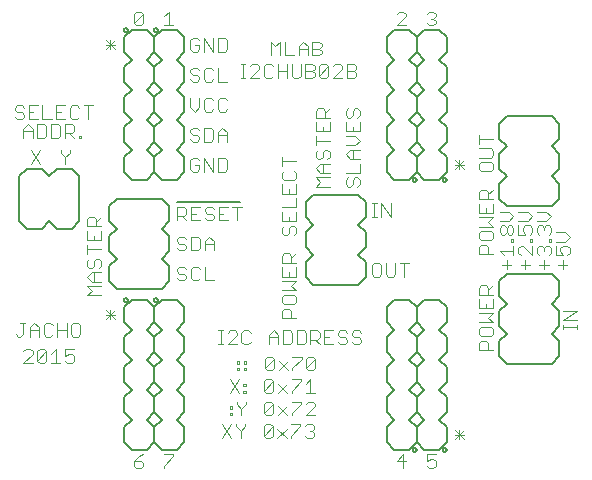
<source format=gbr>
G75*
%MOIN*%
%OFA0B0*%
%FSLAX25Y25*%
%IPPOS*%
%LPD*%
%AMOC8*
5,1,8,0,0,1.08239X$1,22.5*
%
%ADD10C,0.00400*%
%ADD11C,0.00787*%
%ADD12C,0.00600*%
%ADD13C,0.00500*%
D10*
X0049742Y0043650D02*
X0050509Y0042883D01*
X0052044Y0042883D01*
X0052811Y0043650D01*
X0052811Y0044418D01*
X0052044Y0045185D01*
X0049742Y0045185D01*
X0049742Y0043650D01*
X0049742Y0045185D02*
X0051276Y0046720D01*
X0052811Y0047487D01*
X0059742Y0047487D02*
X0062811Y0047487D01*
X0062811Y0046720D01*
X0059742Y0043650D01*
X0059742Y0042883D01*
X0079117Y0052883D02*
X0082186Y0057487D01*
X0083721Y0057487D02*
X0083721Y0056720D01*
X0085255Y0055185D01*
X0085255Y0052883D01*
X0085255Y0055185D02*
X0086790Y0056720D01*
X0086790Y0057487D01*
X0085453Y0060383D02*
X0085453Y0062685D01*
X0086988Y0064220D01*
X0086988Y0064987D01*
X0085453Y0062685D02*
X0083919Y0064220D01*
X0083919Y0064987D01*
X0082384Y0063452D02*
X0082384Y0062685D01*
X0081617Y0062685D01*
X0081617Y0063452D01*
X0082384Y0063452D01*
X0082384Y0061150D02*
X0082384Y0060383D01*
X0081617Y0060383D01*
X0081617Y0061150D01*
X0082384Y0061150D01*
X0079117Y0057487D02*
X0082186Y0052883D01*
X0092928Y0053650D02*
X0095998Y0056720D01*
X0095998Y0053650D01*
X0095230Y0052883D01*
X0093696Y0052883D01*
X0092928Y0053650D01*
X0092928Y0056720D01*
X0093696Y0057487D01*
X0095230Y0057487D01*
X0095998Y0056720D01*
X0097532Y0055952D02*
X0100602Y0052883D01*
X0102136Y0052883D02*
X0102136Y0053650D01*
X0105206Y0056720D01*
X0105206Y0057487D01*
X0102136Y0057487D01*
X0100602Y0055952D02*
X0097532Y0052883D01*
X0097730Y0060383D02*
X0100800Y0063452D01*
X0102334Y0064987D02*
X0105404Y0064987D01*
X0105404Y0064220D01*
X0102334Y0061150D01*
X0102334Y0060383D01*
X0100800Y0060383D02*
X0097730Y0063452D01*
X0096196Y0064220D02*
X0095428Y0064987D01*
X0093894Y0064987D01*
X0093126Y0064220D01*
X0093126Y0061150D01*
X0096196Y0064220D01*
X0096196Y0061150D01*
X0095428Y0060383D01*
X0093894Y0060383D01*
X0093126Y0061150D01*
X0093894Y0067883D02*
X0093126Y0068650D01*
X0096196Y0071720D01*
X0096196Y0068650D01*
X0095428Y0067883D01*
X0093894Y0067883D01*
X0093126Y0068650D02*
X0093126Y0071720D01*
X0093894Y0072487D01*
X0095428Y0072487D01*
X0096196Y0071720D01*
X0097730Y0070952D02*
X0100800Y0067883D01*
X0102334Y0067883D02*
X0102334Y0068650D01*
X0105404Y0071720D01*
X0105404Y0072487D01*
X0102334Y0072487D01*
X0100800Y0070952D02*
X0097730Y0067883D01*
X0097928Y0075383D02*
X0100998Y0078452D01*
X0102532Y0079987D02*
X0105602Y0079987D01*
X0105602Y0079220D01*
X0102532Y0076150D01*
X0102532Y0075383D01*
X0100998Y0075383D02*
X0097928Y0078452D01*
X0096394Y0079220D02*
X0093324Y0076150D01*
X0094092Y0075383D01*
X0095626Y0075383D01*
X0096394Y0076150D01*
X0096394Y0079220D01*
X0095626Y0079987D01*
X0094092Y0079987D01*
X0093324Y0079220D01*
X0093324Y0076150D01*
X0087186Y0076150D02*
X0087186Y0075383D01*
X0086419Y0075383D01*
X0086419Y0076150D01*
X0087186Y0076150D01*
X0087186Y0077685D02*
X0086419Y0077685D01*
X0086419Y0078452D01*
X0087186Y0078452D01*
X0087186Y0077685D01*
X0084884Y0077685D02*
X0084884Y0078452D01*
X0084117Y0078452D01*
X0084117Y0077685D01*
X0084884Y0077685D01*
X0084884Y0076150D02*
X0084884Y0075383D01*
X0084117Y0075383D01*
X0084117Y0076150D01*
X0084884Y0076150D01*
X0084686Y0072487D02*
X0081617Y0067883D01*
X0084686Y0067883D02*
X0081617Y0072487D01*
X0086221Y0070952D02*
X0086221Y0070185D01*
X0086988Y0070185D01*
X0086988Y0070952D01*
X0086221Y0070952D01*
X0086221Y0068650D02*
X0086221Y0067883D01*
X0086988Y0067883D01*
X0086988Y0068650D01*
X0086221Y0068650D01*
X0086307Y0084133D02*
X0085540Y0084900D01*
X0085540Y0087970D01*
X0086307Y0088737D01*
X0087842Y0088737D01*
X0088609Y0087970D01*
X0088609Y0084900D02*
X0087842Y0084133D01*
X0086307Y0084133D01*
X0084005Y0084133D02*
X0080936Y0084133D01*
X0084005Y0087202D01*
X0084005Y0087970D01*
X0083238Y0088737D01*
X0081703Y0088737D01*
X0080936Y0087970D01*
X0079401Y0088737D02*
X0077867Y0088737D01*
X0078634Y0088737D02*
X0078634Y0084133D01*
X0077867Y0084133D02*
X0079401Y0084133D01*
X0094748Y0084133D02*
X0094748Y0087202D01*
X0096282Y0088737D01*
X0097817Y0087202D01*
X0097817Y0084133D01*
X0099352Y0084133D02*
X0101654Y0084133D01*
X0102421Y0084900D01*
X0102421Y0087970D01*
X0101654Y0088737D01*
X0099352Y0088737D01*
X0099352Y0084133D01*
X0097817Y0086435D02*
X0094748Y0086435D01*
X0099113Y0092883D02*
X0099113Y0095185D01*
X0099880Y0095952D01*
X0101415Y0095952D01*
X0102182Y0095185D01*
X0102182Y0092883D01*
X0103717Y0092883D02*
X0099113Y0092883D01*
X0099880Y0097487D02*
X0102949Y0097487D01*
X0103717Y0098254D01*
X0103717Y0099789D01*
X0102949Y0100556D01*
X0099880Y0100556D01*
X0099113Y0099789D01*
X0099113Y0098254D01*
X0099880Y0097487D01*
X0099113Y0102091D02*
X0103717Y0102091D01*
X0102182Y0103626D01*
X0103717Y0105160D01*
X0099113Y0105160D01*
X0099113Y0106695D02*
X0103717Y0106695D01*
X0103717Y0109764D01*
X0103717Y0111299D02*
X0099113Y0111299D01*
X0099113Y0113601D01*
X0099880Y0114368D01*
X0101415Y0114368D01*
X0102182Y0113601D01*
X0102182Y0111299D01*
X0102182Y0112833D02*
X0103717Y0114368D01*
X0102949Y0120507D02*
X0103717Y0121274D01*
X0103717Y0122809D01*
X0102949Y0123576D01*
X0102182Y0123576D01*
X0101415Y0122809D01*
X0101415Y0121274D01*
X0100647Y0120507D01*
X0099880Y0120507D01*
X0099113Y0121274D01*
X0099113Y0122809D01*
X0099880Y0123576D01*
X0099113Y0125111D02*
X0103717Y0125111D01*
X0103717Y0128180D01*
X0103717Y0129714D02*
X0103717Y0132784D01*
X0103717Y0134318D02*
X0103717Y0137388D01*
X0102949Y0138922D02*
X0103717Y0139690D01*
X0103717Y0141224D01*
X0102949Y0141992D01*
X0099880Y0141992D02*
X0099113Y0141224D01*
X0099113Y0139690D01*
X0099880Y0138922D01*
X0102949Y0138922D01*
X0099113Y0137388D02*
X0099113Y0134318D01*
X0103717Y0134318D01*
X0101415Y0134318D02*
X0101415Y0135853D01*
X0099113Y0129714D02*
X0103717Y0129714D01*
X0101415Y0126645D02*
X0101415Y0125111D01*
X0099113Y0125111D02*
X0099113Y0128180D01*
X0110363Y0136633D02*
X0111897Y0138168D01*
X0110363Y0139702D01*
X0114967Y0139702D01*
X0114967Y0141237D02*
X0111897Y0141237D01*
X0110363Y0142772D01*
X0111897Y0144306D01*
X0114967Y0144306D01*
X0114199Y0145841D02*
X0114967Y0146608D01*
X0114967Y0148143D01*
X0114199Y0148910D01*
X0113432Y0148910D01*
X0112665Y0148143D01*
X0112665Y0146608D01*
X0111897Y0145841D01*
X0111130Y0145841D01*
X0110363Y0146608D01*
X0110363Y0148143D01*
X0111130Y0148910D01*
X0110363Y0150445D02*
X0110363Y0153514D01*
X0110363Y0151979D02*
X0114967Y0151979D01*
X0114967Y0155049D02*
X0114967Y0158118D01*
X0114967Y0159653D02*
X0110363Y0159653D01*
X0110363Y0161955D01*
X0111130Y0162722D01*
X0112665Y0162722D01*
X0113432Y0161955D01*
X0113432Y0159653D01*
X0113432Y0161187D02*
X0114967Y0162722D01*
X0110363Y0158118D02*
X0110363Y0155049D01*
X0114967Y0155049D01*
X0112665Y0155049D02*
X0112665Y0156583D01*
X0120363Y0155049D02*
X0124967Y0155049D01*
X0124967Y0158118D01*
X0124199Y0159653D02*
X0124967Y0160420D01*
X0124967Y0161955D01*
X0124199Y0162722D01*
X0123432Y0162722D01*
X0122665Y0161955D01*
X0122665Y0160420D01*
X0121897Y0159653D01*
X0121130Y0159653D01*
X0120363Y0160420D01*
X0120363Y0161955D01*
X0121130Y0162722D01*
X0120363Y0158118D02*
X0120363Y0155049D01*
X0120363Y0153514D02*
X0123432Y0153514D01*
X0124967Y0151979D01*
X0123432Y0150445D01*
X0120363Y0150445D01*
X0121897Y0148910D02*
X0124967Y0148910D01*
X0122665Y0148910D02*
X0122665Y0145841D01*
X0121897Y0145841D02*
X0120363Y0147376D01*
X0121897Y0148910D01*
X0121897Y0145841D02*
X0124967Y0145841D01*
X0124967Y0144306D02*
X0124967Y0141237D01*
X0120363Y0141237D01*
X0121130Y0139702D02*
X0120363Y0138935D01*
X0120363Y0137400D01*
X0121130Y0136633D01*
X0121897Y0136633D01*
X0122665Y0137400D01*
X0122665Y0138935D01*
X0123432Y0139702D01*
X0124199Y0139702D01*
X0124967Y0138935D01*
X0124967Y0137400D01*
X0124199Y0136633D01*
X0129117Y0131237D02*
X0130651Y0131237D01*
X0129884Y0131237D02*
X0129884Y0126633D01*
X0129117Y0126633D02*
X0130651Y0126633D01*
X0132186Y0126633D02*
X0132186Y0131237D01*
X0135255Y0126633D01*
X0135255Y0131237D01*
X0156617Y0142400D02*
X0159686Y0145470D01*
X0158151Y0145470D02*
X0158151Y0142400D01*
X0159686Y0142400D02*
X0156617Y0145470D01*
X0156617Y0143935D02*
X0159686Y0143935D01*
X0164738Y0144059D02*
X0164738Y0142524D01*
X0165505Y0141757D01*
X0168574Y0141757D01*
X0169342Y0142524D01*
X0169342Y0144059D01*
X0168574Y0144826D01*
X0165505Y0144826D01*
X0164738Y0144059D01*
X0164738Y0146361D02*
X0168574Y0146361D01*
X0169342Y0147128D01*
X0169342Y0148663D01*
X0168574Y0149430D01*
X0164738Y0149430D01*
X0164738Y0150964D02*
X0164738Y0154034D01*
X0164738Y0152499D02*
X0169342Y0152499D01*
X0169342Y0135618D02*
X0167807Y0134083D01*
X0167807Y0134851D02*
X0167807Y0132549D01*
X0169342Y0132549D02*
X0164738Y0132549D01*
X0164738Y0134851D01*
X0165505Y0135618D01*
X0167040Y0135618D01*
X0167807Y0134851D01*
X0169342Y0131014D02*
X0169342Y0127945D01*
X0164738Y0127945D01*
X0164738Y0131014D01*
X0167040Y0129479D02*
X0167040Y0127945D01*
X0169342Y0126410D02*
X0164738Y0126410D01*
X0167807Y0124876D02*
X0169342Y0126410D01*
X0167807Y0124876D02*
X0169342Y0123341D01*
X0164738Y0123341D01*
X0165505Y0121806D02*
X0164738Y0121039D01*
X0164738Y0119504D01*
X0165505Y0118737D01*
X0168574Y0118737D01*
X0169342Y0119504D01*
X0169342Y0121039D01*
X0168574Y0121806D01*
X0165505Y0121806D01*
X0165505Y0117202D02*
X0167040Y0117202D01*
X0167807Y0116435D01*
X0167807Y0114133D01*
X0169342Y0114133D02*
X0164738Y0114133D01*
X0164738Y0116435D01*
X0165505Y0117202D01*
X0171613Y0115272D02*
X0176217Y0115272D01*
X0176217Y0116806D02*
X0176217Y0113737D01*
X0177863Y0114504D02*
X0178630Y0113737D01*
X0177863Y0114504D02*
X0177863Y0116039D01*
X0178630Y0116806D01*
X0179397Y0116806D01*
X0182467Y0113737D01*
X0182467Y0116806D01*
X0182467Y0118341D02*
X0182467Y0119108D01*
X0181699Y0119108D01*
X0181699Y0118341D01*
X0182467Y0118341D01*
X0181699Y0120643D02*
X0182467Y0121410D01*
X0182467Y0122945D01*
X0181699Y0123712D01*
X0180165Y0123712D01*
X0179397Y0122945D01*
X0179397Y0122178D01*
X0180165Y0120643D01*
X0177863Y0120643D01*
X0177863Y0123712D01*
X0177863Y0125247D02*
X0180932Y0125247D01*
X0182467Y0126781D01*
X0180932Y0128316D01*
X0177863Y0128316D01*
X0176217Y0126781D02*
X0174682Y0128316D01*
X0171613Y0128316D01*
X0171613Y0125247D02*
X0174682Y0125247D01*
X0176217Y0126781D01*
X0175449Y0123712D02*
X0176217Y0122945D01*
X0176217Y0121410D01*
X0175449Y0120643D01*
X0174682Y0120643D01*
X0173915Y0121410D01*
X0173915Y0122945D01*
X0174682Y0123712D01*
X0175449Y0123712D01*
X0173915Y0122945D02*
X0173147Y0123712D01*
X0172380Y0123712D01*
X0171613Y0122945D01*
X0171613Y0121410D01*
X0172380Y0120643D01*
X0173147Y0120643D01*
X0173915Y0121410D01*
X0175449Y0119108D02*
X0176217Y0119108D01*
X0176217Y0118341D01*
X0175449Y0118341D01*
X0175449Y0119108D01*
X0171613Y0115272D02*
X0173147Y0113737D01*
X0173915Y0112202D02*
X0173915Y0109133D01*
X0172380Y0110668D02*
X0175449Y0110668D01*
X0178630Y0110668D02*
X0181699Y0110668D01*
X0180165Y0112202D02*
X0180165Y0109133D01*
X0184880Y0110668D02*
X0187949Y0110668D01*
X0186415Y0112202D02*
X0186415Y0109133D01*
X0187949Y0113737D02*
X0188717Y0114504D01*
X0188717Y0116039D01*
X0187949Y0116806D01*
X0187182Y0116806D01*
X0186415Y0116039D01*
X0186415Y0115272D01*
X0186415Y0116039D02*
X0185647Y0116806D01*
X0184880Y0116806D01*
X0184113Y0116039D01*
X0184113Y0114504D01*
X0184880Y0113737D01*
X0190363Y0113737D02*
X0190363Y0116806D01*
X0190363Y0118341D02*
X0193432Y0118341D01*
X0194967Y0119876D01*
X0193432Y0121410D01*
X0190363Y0121410D01*
X0188717Y0121410D02*
X0188717Y0122945D01*
X0187949Y0123712D01*
X0187182Y0123712D01*
X0186415Y0122945D01*
X0186415Y0122178D01*
X0186415Y0122945D02*
X0185647Y0123712D01*
X0184880Y0123712D01*
X0184113Y0122945D01*
X0184113Y0121410D01*
X0184880Y0120643D01*
X0187949Y0120643D02*
X0188717Y0121410D01*
X0188717Y0119108D02*
X0188717Y0118341D01*
X0187949Y0118341D01*
X0187949Y0119108D01*
X0188717Y0119108D01*
X0191897Y0116039D02*
X0191897Y0115272D01*
X0192665Y0113737D01*
X0190363Y0113737D01*
X0192665Y0112202D02*
X0192665Y0109133D01*
X0191130Y0110668D02*
X0194199Y0110668D01*
X0194199Y0113737D02*
X0194967Y0114504D01*
X0194967Y0116039D01*
X0194199Y0116806D01*
X0192665Y0116806D01*
X0191897Y0116039D01*
X0187182Y0125247D02*
X0184113Y0125247D01*
X0187182Y0125247D02*
X0188717Y0126781D01*
X0187182Y0128316D01*
X0184113Y0128316D01*
X0169342Y0103743D02*
X0167807Y0102208D01*
X0167807Y0102976D02*
X0167807Y0100674D01*
X0169342Y0100674D02*
X0164738Y0100674D01*
X0164738Y0102976D01*
X0165505Y0103743D01*
X0167040Y0103743D01*
X0167807Y0102976D01*
X0169342Y0099139D02*
X0169342Y0096070D01*
X0164738Y0096070D01*
X0164738Y0099139D01*
X0167040Y0097604D02*
X0167040Y0096070D01*
X0169342Y0094535D02*
X0164738Y0094535D01*
X0167807Y0093001D02*
X0169342Y0094535D01*
X0167807Y0093001D02*
X0169342Y0091466D01*
X0164738Y0091466D01*
X0165505Y0089931D02*
X0164738Y0089164D01*
X0164738Y0087629D01*
X0165505Y0086862D01*
X0168574Y0086862D01*
X0169342Y0087629D01*
X0169342Y0089164D01*
X0168574Y0089931D01*
X0165505Y0089931D01*
X0165505Y0085327D02*
X0167040Y0085327D01*
X0167807Y0084560D01*
X0167807Y0082258D01*
X0169342Y0082258D02*
X0164738Y0082258D01*
X0164738Y0084560D01*
X0165505Y0085327D01*
X0192863Y0089133D02*
X0192863Y0090668D01*
X0192863Y0089900D02*
X0197467Y0089900D01*
X0197467Y0089133D02*
X0197467Y0090668D01*
X0197467Y0092202D02*
X0192863Y0092202D01*
X0197467Y0095272D01*
X0192863Y0095272D01*
X0159686Y0055470D02*
X0156617Y0052400D01*
X0158151Y0052400D02*
X0158151Y0055470D01*
X0156617Y0055470D02*
X0159686Y0052400D01*
X0159686Y0053935D02*
X0156617Y0053935D01*
X0150311Y0047487D02*
X0147242Y0047487D01*
X0147242Y0045185D01*
X0148776Y0045952D01*
X0149544Y0045952D01*
X0150311Y0045185D01*
X0150311Y0043650D01*
X0149544Y0042883D01*
X0148009Y0042883D01*
X0147242Y0043650D01*
X0140311Y0045185D02*
X0137242Y0045185D01*
X0139544Y0047487D01*
X0139544Y0042883D01*
X0109809Y0053650D02*
X0109042Y0052883D01*
X0107508Y0052883D01*
X0106740Y0053650D01*
X0108275Y0055185D02*
X0109042Y0055185D01*
X0109809Y0054418D01*
X0109809Y0053650D01*
X0109042Y0055185D02*
X0109809Y0055952D01*
X0109809Y0056720D01*
X0109042Y0057487D01*
X0107508Y0057487D01*
X0106740Y0056720D01*
X0106938Y0060383D02*
X0110008Y0063452D01*
X0110008Y0064220D01*
X0109240Y0064987D01*
X0107706Y0064987D01*
X0106938Y0064220D01*
X0106938Y0067883D02*
X0110008Y0067883D01*
X0108473Y0067883D02*
X0108473Y0072487D01*
X0106938Y0070952D01*
X0107904Y0075383D02*
X0107136Y0076150D01*
X0110206Y0079220D01*
X0110206Y0076150D01*
X0109438Y0075383D01*
X0107904Y0075383D01*
X0107136Y0076150D02*
X0107136Y0079220D01*
X0107904Y0079987D01*
X0109438Y0079987D01*
X0110206Y0079220D01*
X0111629Y0084133D02*
X0110094Y0085668D01*
X0110861Y0085668D02*
X0108559Y0085668D01*
X0108559Y0084133D02*
X0108559Y0088737D01*
X0110861Y0088737D01*
X0111629Y0087970D01*
X0111629Y0086435D01*
X0110861Y0085668D01*
X0113163Y0086435D02*
X0114698Y0086435D01*
X0113163Y0084133D02*
X0116233Y0084133D01*
X0117767Y0084900D02*
X0118535Y0084133D01*
X0120069Y0084133D01*
X0120837Y0084900D01*
X0120837Y0085668D01*
X0120069Y0086435D01*
X0118535Y0086435D01*
X0117767Y0087202D01*
X0117767Y0087970D01*
X0118535Y0088737D01*
X0120069Y0088737D01*
X0120837Y0087970D01*
X0122371Y0087970D02*
X0122371Y0087202D01*
X0123139Y0086435D01*
X0124673Y0086435D01*
X0125441Y0085668D01*
X0125441Y0084900D01*
X0124673Y0084133D01*
X0123139Y0084133D01*
X0122371Y0084900D01*
X0122371Y0087970D02*
X0123139Y0088737D01*
X0124673Y0088737D01*
X0125441Y0087970D01*
X0116233Y0088737D02*
X0113163Y0088737D01*
X0113163Y0084133D01*
X0107025Y0084900D02*
X0107025Y0087970D01*
X0106258Y0088737D01*
X0103956Y0088737D01*
X0103956Y0084133D01*
X0106258Y0084133D01*
X0107025Y0084900D01*
X0101415Y0106695D02*
X0101415Y0108229D01*
X0099113Y0109764D02*
X0099113Y0106695D01*
X0076394Y0105383D02*
X0073325Y0105383D01*
X0073325Y0109987D01*
X0071790Y0109220D02*
X0071023Y0109987D01*
X0069488Y0109987D01*
X0068721Y0109220D01*
X0068721Y0106150D01*
X0069488Y0105383D01*
X0071023Y0105383D01*
X0071790Y0106150D01*
X0067186Y0106150D02*
X0066419Y0105383D01*
X0064884Y0105383D01*
X0064117Y0106150D01*
X0064884Y0107685D02*
X0066419Y0107685D01*
X0067186Y0106918D01*
X0067186Y0106150D01*
X0064884Y0107685D02*
X0064117Y0108452D01*
X0064117Y0109220D01*
X0064884Y0109987D01*
X0066419Y0109987D01*
X0067186Y0109220D01*
X0066419Y0115383D02*
X0064884Y0115383D01*
X0064117Y0116150D01*
X0064884Y0117685D02*
X0066419Y0117685D01*
X0067186Y0116918D01*
X0067186Y0116150D01*
X0066419Y0115383D01*
X0068721Y0115383D02*
X0071023Y0115383D01*
X0071790Y0116150D01*
X0071790Y0119220D01*
X0071023Y0119987D01*
X0068721Y0119987D01*
X0068721Y0115383D01*
X0073325Y0115383D02*
X0073325Y0118452D01*
X0074859Y0119987D01*
X0076394Y0118452D01*
X0076394Y0115383D01*
X0076394Y0117685D02*
X0073325Y0117685D01*
X0067186Y0119220D02*
X0066419Y0119987D01*
X0064884Y0119987D01*
X0064117Y0119220D01*
X0064117Y0118452D01*
X0064884Y0117685D01*
X0064117Y0125383D02*
X0064117Y0129987D01*
X0066419Y0129987D01*
X0067186Y0129220D01*
X0067186Y0127685D01*
X0066419Y0126918D01*
X0064117Y0126918D01*
X0065651Y0126918D02*
X0067186Y0125383D01*
X0068721Y0125383D02*
X0071790Y0125383D01*
X0073325Y0126150D02*
X0074092Y0125383D01*
X0075626Y0125383D01*
X0076394Y0126150D01*
X0076394Y0126918D01*
X0075626Y0127685D01*
X0074092Y0127685D01*
X0073325Y0128452D01*
X0073325Y0129220D01*
X0074092Y0129987D01*
X0075626Y0129987D01*
X0076394Y0129220D01*
X0077928Y0129987D02*
X0077928Y0125383D01*
X0080998Y0125383D01*
X0079463Y0127685D02*
X0077928Y0127685D01*
X0077928Y0129987D02*
X0080998Y0129987D01*
X0082532Y0129987D02*
X0085602Y0129987D01*
X0084067Y0129987D02*
X0084067Y0125383D01*
X0071790Y0129987D02*
X0068721Y0129987D01*
X0068721Y0125383D01*
X0068721Y0127685D02*
X0070255Y0127685D01*
X0070794Y0141633D02*
X0071561Y0142400D01*
X0071561Y0143935D01*
X0070026Y0143935D01*
X0068492Y0142400D02*
X0069259Y0141633D01*
X0070794Y0141633D01*
X0073096Y0141633D02*
X0073096Y0146237D01*
X0076165Y0141633D01*
X0076165Y0146237D01*
X0077700Y0146237D02*
X0080001Y0146237D01*
X0080769Y0145470D01*
X0080769Y0142400D01*
X0080001Y0141633D01*
X0077700Y0141633D01*
X0077700Y0146237D01*
X0077700Y0151633D02*
X0077700Y0154702D01*
X0079234Y0156237D01*
X0080769Y0154702D01*
X0080769Y0151633D01*
X0076165Y0152400D02*
X0076165Y0155470D01*
X0075398Y0156237D01*
X0073096Y0156237D01*
X0073096Y0151633D01*
X0075398Y0151633D01*
X0076165Y0152400D01*
X0077700Y0153935D02*
X0080769Y0153935D01*
X0080001Y0161633D02*
X0078467Y0161633D01*
X0077700Y0162400D01*
X0077700Y0165470D01*
X0078467Y0166237D01*
X0080001Y0166237D01*
X0080769Y0165470D01*
X0080769Y0162400D02*
X0080001Y0161633D01*
X0076165Y0162400D02*
X0075398Y0161633D01*
X0073863Y0161633D01*
X0073096Y0162400D01*
X0073096Y0165470D01*
X0073863Y0166237D01*
X0075398Y0166237D01*
X0076165Y0165470D01*
X0071561Y0166237D02*
X0071561Y0163168D01*
X0070026Y0161633D01*
X0068492Y0163168D01*
X0068492Y0166237D01*
X0069259Y0171633D02*
X0068492Y0172400D01*
X0069259Y0171633D02*
X0070794Y0171633D01*
X0071561Y0172400D01*
X0071561Y0173168D01*
X0070794Y0173935D01*
X0069259Y0173935D01*
X0068492Y0174702D01*
X0068492Y0175470D01*
X0069259Y0176237D01*
X0070794Y0176237D01*
X0071561Y0175470D01*
X0073096Y0175470D02*
X0073096Y0172400D01*
X0073863Y0171633D01*
X0075398Y0171633D01*
X0076165Y0172400D01*
X0077700Y0171633D02*
X0080769Y0171633D01*
X0077700Y0171633D02*
X0077700Y0176237D01*
X0076165Y0175470D02*
X0075398Y0176237D01*
X0073863Y0176237D01*
X0073096Y0175470D01*
X0073096Y0181633D02*
X0073096Y0186237D01*
X0076165Y0181633D01*
X0076165Y0186237D01*
X0077700Y0186237D02*
X0080001Y0186237D01*
X0080769Y0185470D01*
X0080769Y0182400D01*
X0080001Y0181633D01*
X0077700Y0181633D01*
X0077700Y0186237D01*
X0071561Y0185470D02*
X0070794Y0186237D01*
X0069259Y0186237D01*
X0068492Y0185470D01*
X0068492Y0182400D01*
X0069259Y0181633D01*
X0070794Y0181633D01*
X0071561Y0182400D01*
X0071561Y0183935D01*
X0070026Y0183935D01*
X0062811Y0190383D02*
X0059742Y0190383D01*
X0061276Y0190383D02*
X0061276Y0194987D01*
X0059742Y0193452D01*
X0052811Y0194220D02*
X0052811Y0191150D01*
X0052044Y0190383D01*
X0050509Y0190383D01*
X0049742Y0191150D01*
X0052811Y0194220D01*
X0052044Y0194987D01*
X0050509Y0194987D01*
X0049742Y0194220D01*
X0049742Y0191150D01*
X0043436Y0185470D02*
X0040367Y0182400D01*
X0041901Y0182400D02*
X0041901Y0185470D01*
X0040367Y0185470D02*
X0043436Y0182400D01*
X0043436Y0183935D02*
X0040367Y0183935D01*
X0036059Y0163737D02*
X0032990Y0163737D01*
X0034525Y0163737D02*
X0034525Y0159133D01*
X0031456Y0159900D02*
X0030688Y0159133D01*
X0029154Y0159133D01*
X0028386Y0159900D01*
X0028386Y0162970D01*
X0029154Y0163737D01*
X0030688Y0163737D01*
X0031456Y0162970D01*
X0026852Y0163737D02*
X0023782Y0163737D01*
X0023782Y0159133D01*
X0026852Y0159133D01*
X0026678Y0157487D02*
X0028980Y0157487D01*
X0029748Y0156720D01*
X0029748Y0155185D01*
X0028980Y0154418D01*
X0026678Y0154418D01*
X0026678Y0152883D02*
X0026678Y0157487D01*
X0025144Y0156720D02*
X0024376Y0157487D01*
X0022075Y0157487D01*
X0022075Y0152883D01*
X0024376Y0152883D01*
X0025144Y0153650D01*
X0025144Y0156720D01*
X0022248Y0159133D02*
X0019178Y0159133D01*
X0019178Y0163737D01*
X0017644Y0163737D02*
X0014575Y0163737D01*
X0014575Y0159133D01*
X0017644Y0159133D01*
X0017471Y0157487D02*
X0019773Y0157487D01*
X0020540Y0156720D01*
X0020540Y0153650D01*
X0019773Y0152883D01*
X0017471Y0152883D01*
X0017471Y0157487D01*
X0015936Y0155952D02*
X0015936Y0152883D01*
X0015936Y0155185D02*
X0012867Y0155185D01*
X0012867Y0155952D02*
X0012867Y0152883D01*
X0012867Y0155952D02*
X0014401Y0157487D01*
X0015936Y0155952D01*
X0012273Y0159133D02*
X0010738Y0159133D01*
X0009971Y0159900D01*
X0010738Y0161435D02*
X0012273Y0161435D01*
X0013040Y0160668D01*
X0013040Y0159900D01*
X0012273Y0159133D01*
X0010738Y0161435D02*
X0009971Y0162202D01*
X0009971Y0162970D01*
X0010738Y0163737D01*
X0012273Y0163737D01*
X0013040Y0162970D01*
X0014575Y0161435D02*
X0016109Y0161435D01*
X0023782Y0161435D02*
X0025317Y0161435D01*
X0028213Y0154418D02*
X0029748Y0152883D01*
X0031282Y0152883D02*
X0032050Y0152883D01*
X0032050Y0153650D01*
X0031282Y0153650D01*
X0031282Y0152883D01*
X0028436Y0148737D02*
X0028436Y0147970D01*
X0026901Y0146435D01*
X0026901Y0144133D01*
X0026901Y0146435D02*
X0025367Y0147970D01*
X0025367Y0148737D01*
X0018436Y0148737D02*
X0015367Y0144133D01*
X0018436Y0144133D02*
X0015367Y0148737D01*
X0034880Y0126472D02*
X0036415Y0126472D01*
X0037182Y0125705D01*
X0037182Y0123403D01*
X0037182Y0124937D02*
X0038717Y0126472D01*
X0034880Y0126472D02*
X0034113Y0125705D01*
X0034113Y0123403D01*
X0038717Y0123403D01*
X0038717Y0121868D02*
X0038717Y0118799D01*
X0034113Y0118799D01*
X0034113Y0121868D01*
X0036415Y0120333D02*
X0036415Y0118799D01*
X0034113Y0117264D02*
X0034113Y0114195D01*
X0034113Y0115729D02*
X0038717Y0115729D01*
X0037949Y0112660D02*
X0038717Y0111893D01*
X0038717Y0110358D01*
X0037949Y0109591D01*
X0036415Y0110358D02*
X0036415Y0111893D01*
X0037182Y0112660D01*
X0037949Y0112660D01*
X0036415Y0110358D02*
X0035647Y0109591D01*
X0034880Y0109591D01*
X0034113Y0110358D01*
X0034113Y0111893D01*
X0034880Y0112660D01*
X0035647Y0108056D02*
X0038717Y0108056D01*
X0036415Y0108056D02*
X0036415Y0104987D01*
X0035647Y0104987D02*
X0034113Y0106522D01*
X0035647Y0108056D01*
X0035647Y0104987D02*
X0038717Y0104987D01*
X0038717Y0103452D02*
X0034113Y0103452D01*
X0035647Y0101918D01*
X0034113Y0100383D01*
X0038717Y0100383D01*
X0040367Y0095470D02*
X0043436Y0092400D01*
X0041901Y0092400D02*
X0041901Y0095470D01*
X0043436Y0095470D02*
X0040367Y0092400D01*
X0040367Y0093935D02*
X0043436Y0093935D01*
X0031852Y0090470D02*
X0031852Y0087400D01*
X0031084Y0086633D01*
X0029550Y0086633D01*
X0028782Y0087400D01*
X0028782Y0090470D01*
X0029550Y0091237D01*
X0031084Y0091237D01*
X0031852Y0090470D01*
X0027248Y0091237D02*
X0027248Y0086633D01*
X0027248Y0088935D02*
X0024178Y0088935D01*
X0022644Y0087400D02*
X0021876Y0086633D01*
X0020342Y0086633D01*
X0019575Y0087400D01*
X0019575Y0090470D01*
X0020342Y0091237D01*
X0021876Y0091237D01*
X0022644Y0090470D01*
X0024178Y0091237D02*
X0024178Y0086633D01*
X0023609Y0082487D02*
X0023609Y0077883D01*
X0022075Y0077883D02*
X0025144Y0077883D01*
X0026678Y0078650D02*
X0027446Y0077883D01*
X0028980Y0077883D01*
X0029748Y0078650D01*
X0029748Y0080185D01*
X0028980Y0080952D01*
X0028213Y0080952D01*
X0026678Y0080185D01*
X0026678Y0082487D01*
X0029748Y0082487D01*
X0023609Y0082487D02*
X0022075Y0080952D01*
X0020540Y0081720D02*
X0017471Y0078650D01*
X0018238Y0077883D01*
X0019773Y0077883D01*
X0020540Y0078650D01*
X0020540Y0081720D01*
X0019773Y0082487D01*
X0018238Y0082487D01*
X0017471Y0081720D01*
X0017471Y0078650D01*
X0015936Y0077883D02*
X0012867Y0077883D01*
X0015936Y0080952D01*
X0015936Y0081720D01*
X0015169Y0082487D01*
X0013634Y0082487D01*
X0012867Y0081720D01*
X0011901Y0086633D02*
X0012669Y0087400D01*
X0012669Y0091237D01*
X0013436Y0091237D02*
X0011901Y0091237D01*
X0014971Y0089702D02*
X0014971Y0086633D01*
X0014971Y0088935D02*
X0018040Y0088935D01*
X0018040Y0089702D02*
X0018040Y0086633D01*
X0018040Y0089702D02*
X0016505Y0091237D01*
X0014971Y0089702D01*
X0011901Y0086633D02*
X0011134Y0086633D01*
X0010367Y0087400D01*
X0068492Y0142400D02*
X0068492Y0145470D01*
X0069259Y0146237D01*
X0070794Y0146237D01*
X0071561Y0145470D01*
X0070794Y0151633D02*
X0069259Y0151633D01*
X0068492Y0152400D01*
X0069259Y0153935D02*
X0068492Y0154702D01*
X0068492Y0155470D01*
X0069259Y0156237D01*
X0070794Y0156237D01*
X0071561Y0155470D01*
X0070794Y0153935D02*
X0071561Y0153168D01*
X0071561Y0152400D01*
X0070794Y0151633D01*
X0070794Y0153935D02*
X0069259Y0153935D01*
X0085367Y0172883D02*
X0086901Y0172883D01*
X0086134Y0172883D02*
X0086134Y0177487D01*
X0085367Y0177487D02*
X0086901Y0177487D01*
X0088436Y0176720D02*
X0089203Y0177487D01*
X0090738Y0177487D01*
X0091505Y0176720D01*
X0091505Y0175952D01*
X0088436Y0172883D01*
X0091505Y0172883D01*
X0093040Y0173650D02*
X0093807Y0172883D01*
X0095342Y0172883D01*
X0096109Y0173650D01*
X0097644Y0172883D02*
X0097644Y0177487D01*
X0096109Y0176720D02*
X0095342Y0177487D01*
X0093807Y0177487D01*
X0093040Y0176720D01*
X0093040Y0173650D01*
X0097644Y0175185D02*
X0100713Y0175185D01*
X0102248Y0173650D02*
X0103015Y0172883D01*
X0104550Y0172883D01*
X0105317Y0173650D01*
X0105317Y0177487D01*
X0106852Y0177487D02*
X0109154Y0177487D01*
X0109921Y0176720D01*
X0109921Y0175952D01*
X0109154Y0175185D01*
X0106852Y0175185D01*
X0109154Y0175185D02*
X0109921Y0174418D01*
X0109921Y0173650D01*
X0109154Y0172883D01*
X0106852Y0172883D01*
X0106852Y0177487D01*
X0107644Y0180383D02*
X0107644Y0183452D01*
X0106109Y0184987D01*
X0104575Y0183452D01*
X0104575Y0180383D01*
X0103040Y0180383D02*
X0099971Y0180383D01*
X0099971Y0184987D01*
X0098436Y0184987D02*
X0098436Y0180383D01*
X0096901Y0183452D02*
X0098436Y0184987D01*
X0096901Y0183452D02*
X0095367Y0184987D01*
X0095367Y0180383D01*
X0100713Y0177487D02*
X0100713Y0172883D01*
X0102248Y0173650D02*
X0102248Y0177487D01*
X0104575Y0182685D02*
X0107644Y0182685D01*
X0109178Y0182685D02*
X0111480Y0182685D01*
X0112248Y0181918D01*
X0112248Y0181150D01*
X0111480Y0180383D01*
X0109178Y0180383D01*
X0109178Y0184987D01*
X0111480Y0184987D01*
X0112248Y0184220D01*
X0112248Y0183452D01*
X0111480Y0182685D01*
X0112223Y0177487D02*
X0113758Y0177487D01*
X0114525Y0176720D01*
X0111456Y0173650D01*
X0112223Y0172883D01*
X0113758Y0172883D01*
X0114525Y0173650D01*
X0114525Y0176720D01*
X0116059Y0176720D02*
X0116827Y0177487D01*
X0118361Y0177487D01*
X0119129Y0176720D01*
X0119129Y0175952D01*
X0116059Y0172883D01*
X0119129Y0172883D01*
X0120663Y0172883D02*
X0122965Y0172883D01*
X0123733Y0173650D01*
X0123733Y0174418D01*
X0122965Y0175185D01*
X0120663Y0175185D01*
X0120663Y0172883D02*
X0120663Y0177487D01*
X0122965Y0177487D01*
X0123733Y0176720D01*
X0123733Y0175952D01*
X0122965Y0175185D01*
X0112223Y0177487D02*
X0111456Y0176720D01*
X0111456Y0173650D01*
X0122665Y0156583D02*
X0122665Y0155049D01*
X0112665Y0144306D02*
X0112665Y0141237D01*
X0114967Y0136633D02*
X0110363Y0136633D01*
X0103717Y0145061D02*
X0099113Y0145061D01*
X0099113Y0143526D02*
X0099113Y0146596D01*
X0129884Y0111237D02*
X0129117Y0110470D01*
X0129117Y0107400D01*
X0129884Y0106633D01*
X0131419Y0106633D01*
X0132186Y0107400D01*
X0132186Y0110470D01*
X0131419Y0111237D01*
X0129884Y0111237D01*
X0133721Y0111237D02*
X0133721Y0107400D01*
X0134488Y0106633D01*
X0136023Y0106633D01*
X0136790Y0107400D01*
X0136790Y0111237D01*
X0138325Y0111237D02*
X0141394Y0111237D01*
X0139859Y0111237D02*
X0139859Y0106633D01*
X0110008Y0060383D02*
X0106938Y0060383D01*
X0137242Y0190383D02*
X0140311Y0193452D01*
X0140311Y0194220D01*
X0139544Y0194987D01*
X0138009Y0194987D01*
X0137242Y0194220D01*
X0137242Y0190383D02*
X0140311Y0190383D01*
X0147242Y0191150D02*
X0148009Y0190383D01*
X0149544Y0190383D01*
X0150311Y0191150D01*
X0150311Y0191918D01*
X0149544Y0192685D01*
X0148776Y0192685D01*
X0149544Y0192685D02*
X0150311Y0193452D01*
X0150311Y0194220D01*
X0149544Y0194987D01*
X0148009Y0194987D01*
X0147242Y0194220D01*
D11*
X0085167Y0131433D02*
X0063917Y0131433D01*
D12*
X0061417Y0130183D02*
X0061417Y0125183D01*
X0058917Y0122683D01*
X0061417Y0120183D01*
X0061417Y0115183D01*
X0058917Y0112683D01*
X0061417Y0110183D01*
X0061417Y0105183D01*
X0058917Y0102683D01*
X0043917Y0102683D01*
X0041417Y0105183D01*
X0041417Y0110183D01*
X0043917Y0112683D01*
X0041417Y0115183D01*
X0041417Y0120183D01*
X0043917Y0122683D01*
X0041417Y0125183D01*
X0041417Y0130183D01*
X0043917Y0132683D01*
X0058917Y0132683D01*
X0061417Y0130183D01*
X0063917Y0138933D02*
X0058917Y0138933D01*
X0056417Y0141433D01*
X0056417Y0146433D01*
X0058917Y0148933D01*
X0056417Y0151433D01*
X0056417Y0156433D01*
X0058917Y0158933D01*
X0056417Y0161433D01*
X0056417Y0166433D01*
X0058917Y0168933D01*
X0056417Y0171433D01*
X0056417Y0176433D01*
X0058917Y0178933D01*
X0056417Y0181433D01*
X0056417Y0186433D01*
X0058917Y0188933D01*
X0063917Y0188933D01*
X0066417Y0186433D01*
X0066417Y0181433D01*
X0063917Y0178933D01*
X0066417Y0176433D01*
X0066417Y0171433D01*
X0063917Y0168933D01*
X0066417Y0166433D01*
X0066417Y0161433D01*
X0063917Y0158933D01*
X0066417Y0156433D01*
X0066417Y0151433D01*
X0063917Y0148933D01*
X0066417Y0146433D01*
X0066417Y0141433D01*
X0063917Y0138933D01*
X0056417Y0141433D02*
X0056417Y0146433D01*
X0053917Y0148933D01*
X0056417Y0151433D01*
X0056417Y0156433D01*
X0053917Y0158933D01*
X0056417Y0161433D01*
X0056417Y0166433D01*
X0053917Y0168933D01*
X0056417Y0171433D01*
X0056417Y0176433D01*
X0053917Y0178933D01*
X0056417Y0181433D01*
X0056417Y0186433D01*
X0053917Y0188933D01*
X0048917Y0188933D01*
X0046417Y0186433D01*
X0046417Y0181433D01*
X0048917Y0178933D01*
X0046417Y0176433D01*
X0046417Y0171433D01*
X0048917Y0168933D01*
X0046417Y0166433D01*
X0046417Y0161433D01*
X0048917Y0158933D01*
X0046417Y0156433D01*
X0046417Y0151433D01*
X0048917Y0148933D01*
X0046417Y0146433D01*
X0046417Y0141433D01*
X0048917Y0138933D01*
X0053917Y0138933D01*
X0056417Y0141433D01*
X0031417Y0140183D02*
X0031417Y0125183D01*
X0028917Y0122683D01*
X0023917Y0122683D01*
X0021417Y0125183D01*
X0018917Y0122683D01*
X0013917Y0122683D01*
X0011417Y0125183D01*
X0011417Y0140183D01*
X0013917Y0142683D01*
X0018917Y0142683D01*
X0021417Y0140183D01*
X0023917Y0142683D01*
X0028917Y0142683D01*
X0031417Y0140183D01*
X0048917Y0098933D02*
X0046417Y0096433D01*
X0046417Y0091433D01*
X0048917Y0088933D01*
X0046417Y0086433D01*
X0046417Y0081433D01*
X0048917Y0078933D01*
X0046417Y0076433D01*
X0046417Y0071433D01*
X0048917Y0068933D01*
X0046417Y0066433D01*
X0046417Y0061433D01*
X0048917Y0058933D01*
X0046417Y0056433D01*
X0046417Y0051433D01*
X0048917Y0048933D01*
X0053917Y0048933D01*
X0056417Y0051433D01*
X0056417Y0056433D01*
X0058917Y0058933D01*
X0056417Y0061433D01*
X0056417Y0066433D01*
X0058917Y0068933D01*
X0056417Y0071433D01*
X0056417Y0076433D01*
X0058917Y0078933D01*
X0056417Y0081433D01*
X0056417Y0086433D01*
X0058917Y0088933D01*
X0056417Y0091433D01*
X0056417Y0096433D01*
X0058917Y0098933D01*
X0063917Y0098933D01*
X0066417Y0096433D01*
X0066417Y0091433D01*
X0063917Y0088933D01*
X0066417Y0086433D01*
X0066417Y0081433D01*
X0063917Y0078933D01*
X0066417Y0076433D01*
X0066417Y0071433D01*
X0063917Y0068933D01*
X0066417Y0066433D01*
X0066417Y0061433D01*
X0063917Y0058933D01*
X0066417Y0056433D01*
X0066417Y0051433D01*
X0063917Y0048933D01*
X0058917Y0048933D01*
X0056417Y0051433D01*
X0056417Y0056433D01*
X0053917Y0058933D01*
X0056417Y0061433D01*
X0056417Y0066433D01*
X0053917Y0068933D01*
X0056417Y0071433D01*
X0056417Y0076433D01*
X0053917Y0078933D01*
X0056417Y0081433D01*
X0056417Y0086433D01*
X0053917Y0088933D01*
X0056417Y0091433D01*
X0056417Y0096433D01*
X0053917Y0098933D01*
X0048917Y0098933D01*
X0107042Y0106433D02*
X0107042Y0111433D01*
X0109542Y0113933D01*
X0107042Y0116433D01*
X0107042Y0121433D01*
X0109542Y0123933D01*
X0107042Y0126433D01*
X0107042Y0131433D01*
X0109542Y0133933D01*
X0124542Y0133933D01*
X0127042Y0131433D01*
X0127042Y0126433D01*
X0124542Y0123933D01*
X0127042Y0121433D01*
X0127042Y0116433D01*
X0124542Y0113933D01*
X0127042Y0111433D01*
X0127042Y0106433D01*
X0124542Y0103933D01*
X0109542Y0103933D01*
X0107042Y0106433D01*
X0133917Y0096433D02*
X0133917Y0091433D01*
X0136417Y0088933D01*
X0133917Y0086433D01*
X0133917Y0081433D01*
X0136417Y0078933D01*
X0133917Y0076433D01*
X0133917Y0071433D01*
X0136417Y0068933D01*
X0133917Y0066433D01*
X0133917Y0061433D01*
X0136417Y0058933D01*
X0133917Y0056433D01*
X0133917Y0051433D01*
X0136417Y0048933D01*
X0141417Y0048933D01*
X0143917Y0051433D01*
X0146417Y0048933D01*
X0151417Y0048933D01*
X0153917Y0051433D01*
X0153917Y0056433D01*
X0151417Y0058933D01*
X0153917Y0061433D01*
X0153917Y0066433D01*
X0151417Y0068933D01*
X0153917Y0071433D01*
X0153917Y0076433D01*
X0151417Y0078933D01*
X0153917Y0081433D01*
X0153917Y0086433D01*
X0151417Y0088933D01*
X0153917Y0091433D01*
X0153917Y0096433D01*
X0151417Y0098933D01*
X0146417Y0098933D01*
X0143917Y0096433D01*
X0143917Y0091433D01*
X0146417Y0088933D01*
X0143917Y0086433D01*
X0143917Y0081433D01*
X0146417Y0078933D01*
X0143917Y0076433D01*
X0143917Y0071433D01*
X0146417Y0068933D01*
X0143917Y0066433D01*
X0143917Y0061433D01*
X0146417Y0058933D01*
X0143917Y0056433D01*
X0143917Y0051433D01*
X0143917Y0056433D01*
X0141417Y0058933D01*
X0143917Y0061433D01*
X0143917Y0066433D01*
X0141417Y0068933D01*
X0143917Y0071433D01*
X0143917Y0076433D01*
X0141417Y0078933D01*
X0143917Y0081433D01*
X0143917Y0086433D01*
X0141417Y0088933D01*
X0143917Y0091433D01*
X0143917Y0096433D01*
X0141417Y0098933D01*
X0136417Y0098933D01*
X0133917Y0096433D01*
X0171417Y0095183D02*
X0171417Y0090183D01*
X0173917Y0087683D01*
X0171417Y0085183D01*
X0171417Y0080183D01*
X0173917Y0077683D01*
X0188917Y0077683D01*
X0191417Y0080183D01*
X0191417Y0085183D01*
X0188917Y0087683D01*
X0191417Y0090183D01*
X0191417Y0095183D01*
X0188917Y0097683D01*
X0191417Y0100183D01*
X0191417Y0105183D01*
X0188917Y0107683D01*
X0173917Y0107683D01*
X0171417Y0105183D01*
X0171417Y0100183D01*
X0173917Y0097683D01*
X0171417Y0095183D01*
X0173917Y0130183D02*
X0171417Y0132683D01*
X0171417Y0137683D01*
X0173917Y0140183D01*
X0171417Y0142683D01*
X0171417Y0147683D01*
X0173917Y0150183D01*
X0171417Y0152683D01*
X0171417Y0157683D01*
X0173917Y0160183D01*
X0188917Y0160183D01*
X0191417Y0157683D01*
X0191417Y0152683D01*
X0188917Y0150183D01*
X0191417Y0147683D01*
X0191417Y0142683D01*
X0188917Y0140183D01*
X0191417Y0137683D01*
X0191417Y0132683D01*
X0188917Y0130183D01*
X0173917Y0130183D01*
X0153917Y0141433D02*
X0153917Y0146433D01*
X0151417Y0148933D01*
X0153917Y0151433D01*
X0153917Y0156433D01*
X0151417Y0158933D01*
X0153917Y0161433D01*
X0153917Y0166433D01*
X0151417Y0168933D01*
X0153917Y0171433D01*
X0153917Y0176433D01*
X0151417Y0178933D01*
X0153917Y0181433D01*
X0153917Y0186433D01*
X0151417Y0188933D01*
X0146417Y0188933D01*
X0143917Y0186433D01*
X0143917Y0181433D01*
X0146417Y0178933D01*
X0143917Y0176433D01*
X0143917Y0171433D01*
X0146417Y0168933D01*
X0143917Y0166433D01*
X0143917Y0161433D01*
X0146417Y0158933D01*
X0143917Y0156433D01*
X0143917Y0151433D01*
X0146417Y0148933D01*
X0143917Y0146433D01*
X0143917Y0141433D01*
X0146417Y0138933D01*
X0151417Y0138933D01*
X0153917Y0141433D01*
X0143917Y0141433D02*
X0143917Y0146433D01*
X0141417Y0148933D01*
X0143917Y0151433D01*
X0143917Y0156433D01*
X0141417Y0158933D01*
X0143917Y0161433D01*
X0143917Y0166433D01*
X0141417Y0168933D01*
X0143917Y0171433D01*
X0143917Y0176433D01*
X0141417Y0178933D01*
X0143917Y0181433D01*
X0143917Y0186433D01*
X0141417Y0188933D01*
X0136417Y0188933D01*
X0133917Y0186433D01*
X0133917Y0181433D01*
X0136417Y0178933D01*
X0133917Y0176433D01*
X0133917Y0171433D01*
X0136417Y0168933D01*
X0133917Y0166433D01*
X0133917Y0161433D01*
X0136417Y0158933D01*
X0133917Y0156433D01*
X0133917Y0151433D01*
X0136417Y0148933D01*
X0133917Y0146433D01*
X0133917Y0141433D01*
X0136417Y0138933D01*
X0141417Y0138933D01*
X0143917Y0141433D01*
D13*
X0142667Y0138933D02*
X0142669Y0138983D01*
X0142675Y0139032D01*
X0142685Y0139081D01*
X0142698Y0139128D01*
X0142716Y0139175D01*
X0142737Y0139220D01*
X0142761Y0139263D01*
X0142789Y0139304D01*
X0142820Y0139343D01*
X0142854Y0139379D01*
X0142891Y0139413D01*
X0142931Y0139443D01*
X0142972Y0139470D01*
X0143016Y0139494D01*
X0143061Y0139514D01*
X0143108Y0139530D01*
X0143156Y0139543D01*
X0143205Y0139552D01*
X0143255Y0139557D01*
X0143304Y0139558D01*
X0143354Y0139555D01*
X0143403Y0139548D01*
X0143452Y0139537D01*
X0143499Y0139523D01*
X0143545Y0139504D01*
X0143590Y0139482D01*
X0143633Y0139457D01*
X0143673Y0139428D01*
X0143711Y0139396D01*
X0143747Y0139362D01*
X0143780Y0139324D01*
X0143809Y0139284D01*
X0143835Y0139242D01*
X0143858Y0139198D01*
X0143877Y0139152D01*
X0143893Y0139105D01*
X0143905Y0139056D01*
X0143913Y0139007D01*
X0143917Y0138958D01*
X0143917Y0138908D01*
X0143913Y0138859D01*
X0143905Y0138810D01*
X0143893Y0138761D01*
X0143877Y0138714D01*
X0143858Y0138668D01*
X0143835Y0138624D01*
X0143809Y0138582D01*
X0143780Y0138542D01*
X0143747Y0138504D01*
X0143711Y0138470D01*
X0143673Y0138438D01*
X0143633Y0138409D01*
X0143590Y0138384D01*
X0143545Y0138362D01*
X0143499Y0138343D01*
X0143452Y0138329D01*
X0143403Y0138318D01*
X0143354Y0138311D01*
X0143304Y0138308D01*
X0143255Y0138309D01*
X0143205Y0138314D01*
X0143156Y0138323D01*
X0143108Y0138336D01*
X0143061Y0138352D01*
X0143016Y0138372D01*
X0142972Y0138396D01*
X0142931Y0138423D01*
X0142891Y0138453D01*
X0142854Y0138487D01*
X0142820Y0138523D01*
X0142789Y0138562D01*
X0142761Y0138603D01*
X0142737Y0138646D01*
X0142716Y0138691D01*
X0142698Y0138738D01*
X0142685Y0138785D01*
X0142675Y0138834D01*
X0142669Y0138883D01*
X0142667Y0138933D01*
X0152667Y0138933D02*
X0152669Y0138983D01*
X0152675Y0139032D01*
X0152685Y0139081D01*
X0152698Y0139128D01*
X0152716Y0139175D01*
X0152737Y0139220D01*
X0152761Y0139263D01*
X0152789Y0139304D01*
X0152820Y0139343D01*
X0152854Y0139379D01*
X0152891Y0139413D01*
X0152931Y0139443D01*
X0152972Y0139470D01*
X0153016Y0139494D01*
X0153061Y0139514D01*
X0153108Y0139530D01*
X0153156Y0139543D01*
X0153205Y0139552D01*
X0153255Y0139557D01*
X0153304Y0139558D01*
X0153354Y0139555D01*
X0153403Y0139548D01*
X0153452Y0139537D01*
X0153499Y0139523D01*
X0153545Y0139504D01*
X0153590Y0139482D01*
X0153633Y0139457D01*
X0153673Y0139428D01*
X0153711Y0139396D01*
X0153747Y0139362D01*
X0153780Y0139324D01*
X0153809Y0139284D01*
X0153835Y0139242D01*
X0153858Y0139198D01*
X0153877Y0139152D01*
X0153893Y0139105D01*
X0153905Y0139056D01*
X0153913Y0139007D01*
X0153917Y0138958D01*
X0153917Y0138908D01*
X0153913Y0138859D01*
X0153905Y0138810D01*
X0153893Y0138761D01*
X0153877Y0138714D01*
X0153858Y0138668D01*
X0153835Y0138624D01*
X0153809Y0138582D01*
X0153780Y0138542D01*
X0153747Y0138504D01*
X0153711Y0138470D01*
X0153673Y0138438D01*
X0153633Y0138409D01*
X0153590Y0138384D01*
X0153545Y0138362D01*
X0153499Y0138343D01*
X0153452Y0138329D01*
X0153403Y0138318D01*
X0153354Y0138311D01*
X0153304Y0138308D01*
X0153255Y0138309D01*
X0153205Y0138314D01*
X0153156Y0138323D01*
X0153108Y0138336D01*
X0153061Y0138352D01*
X0153016Y0138372D01*
X0152972Y0138396D01*
X0152931Y0138423D01*
X0152891Y0138453D01*
X0152854Y0138487D01*
X0152820Y0138523D01*
X0152789Y0138562D01*
X0152761Y0138603D01*
X0152737Y0138646D01*
X0152716Y0138691D01*
X0152698Y0138738D01*
X0152685Y0138785D01*
X0152675Y0138834D01*
X0152669Y0138883D01*
X0152667Y0138933D01*
X0056417Y0098933D02*
X0056419Y0098983D01*
X0056425Y0099032D01*
X0056435Y0099081D01*
X0056448Y0099128D01*
X0056466Y0099175D01*
X0056487Y0099220D01*
X0056511Y0099263D01*
X0056539Y0099304D01*
X0056570Y0099343D01*
X0056604Y0099379D01*
X0056641Y0099413D01*
X0056681Y0099443D01*
X0056722Y0099470D01*
X0056766Y0099494D01*
X0056811Y0099514D01*
X0056858Y0099530D01*
X0056906Y0099543D01*
X0056955Y0099552D01*
X0057005Y0099557D01*
X0057054Y0099558D01*
X0057104Y0099555D01*
X0057153Y0099548D01*
X0057202Y0099537D01*
X0057249Y0099523D01*
X0057295Y0099504D01*
X0057340Y0099482D01*
X0057383Y0099457D01*
X0057423Y0099428D01*
X0057461Y0099396D01*
X0057497Y0099362D01*
X0057530Y0099324D01*
X0057559Y0099284D01*
X0057585Y0099242D01*
X0057608Y0099198D01*
X0057627Y0099152D01*
X0057643Y0099105D01*
X0057655Y0099056D01*
X0057663Y0099007D01*
X0057667Y0098958D01*
X0057667Y0098908D01*
X0057663Y0098859D01*
X0057655Y0098810D01*
X0057643Y0098761D01*
X0057627Y0098714D01*
X0057608Y0098668D01*
X0057585Y0098624D01*
X0057559Y0098582D01*
X0057530Y0098542D01*
X0057497Y0098504D01*
X0057461Y0098470D01*
X0057423Y0098438D01*
X0057383Y0098409D01*
X0057340Y0098384D01*
X0057295Y0098362D01*
X0057249Y0098343D01*
X0057202Y0098329D01*
X0057153Y0098318D01*
X0057104Y0098311D01*
X0057054Y0098308D01*
X0057005Y0098309D01*
X0056955Y0098314D01*
X0056906Y0098323D01*
X0056858Y0098336D01*
X0056811Y0098352D01*
X0056766Y0098372D01*
X0056722Y0098396D01*
X0056681Y0098423D01*
X0056641Y0098453D01*
X0056604Y0098487D01*
X0056570Y0098523D01*
X0056539Y0098562D01*
X0056511Y0098603D01*
X0056487Y0098646D01*
X0056466Y0098691D01*
X0056448Y0098738D01*
X0056435Y0098785D01*
X0056425Y0098834D01*
X0056419Y0098883D01*
X0056417Y0098933D01*
X0046417Y0098933D02*
X0046419Y0098983D01*
X0046425Y0099032D01*
X0046435Y0099081D01*
X0046448Y0099128D01*
X0046466Y0099175D01*
X0046487Y0099220D01*
X0046511Y0099263D01*
X0046539Y0099304D01*
X0046570Y0099343D01*
X0046604Y0099379D01*
X0046641Y0099413D01*
X0046681Y0099443D01*
X0046722Y0099470D01*
X0046766Y0099494D01*
X0046811Y0099514D01*
X0046858Y0099530D01*
X0046906Y0099543D01*
X0046955Y0099552D01*
X0047005Y0099557D01*
X0047054Y0099558D01*
X0047104Y0099555D01*
X0047153Y0099548D01*
X0047202Y0099537D01*
X0047249Y0099523D01*
X0047295Y0099504D01*
X0047340Y0099482D01*
X0047383Y0099457D01*
X0047423Y0099428D01*
X0047461Y0099396D01*
X0047497Y0099362D01*
X0047530Y0099324D01*
X0047559Y0099284D01*
X0047585Y0099242D01*
X0047608Y0099198D01*
X0047627Y0099152D01*
X0047643Y0099105D01*
X0047655Y0099056D01*
X0047663Y0099007D01*
X0047667Y0098958D01*
X0047667Y0098908D01*
X0047663Y0098859D01*
X0047655Y0098810D01*
X0047643Y0098761D01*
X0047627Y0098714D01*
X0047608Y0098668D01*
X0047585Y0098624D01*
X0047559Y0098582D01*
X0047530Y0098542D01*
X0047497Y0098504D01*
X0047461Y0098470D01*
X0047423Y0098438D01*
X0047383Y0098409D01*
X0047340Y0098384D01*
X0047295Y0098362D01*
X0047249Y0098343D01*
X0047202Y0098329D01*
X0047153Y0098318D01*
X0047104Y0098311D01*
X0047054Y0098308D01*
X0047005Y0098309D01*
X0046955Y0098314D01*
X0046906Y0098323D01*
X0046858Y0098336D01*
X0046811Y0098352D01*
X0046766Y0098372D01*
X0046722Y0098396D01*
X0046681Y0098423D01*
X0046641Y0098453D01*
X0046604Y0098487D01*
X0046570Y0098523D01*
X0046539Y0098562D01*
X0046511Y0098603D01*
X0046487Y0098646D01*
X0046466Y0098691D01*
X0046448Y0098738D01*
X0046435Y0098785D01*
X0046425Y0098834D01*
X0046419Y0098883D01*
X0046417Y0098933D01*
X0142667Y0048933D02*
X0142669Y0048983D01*
X0142675Y0049032D01*
X0142685Y0049081D01*
X0142698Y0049128D01*
X0142716Y0049175D01*
X0142737Y0049220D01*
X0142761Y0049263D01*
X0142789Y0049304D01*
X0142820Y0049343D01*
X0142854Y0049379D01*
X0142891Y0049413D01*
X0142931Y0049443D01*
X0142972Y0049470D01*
X0143016Y0049494D01*
X0143061Y0049514D01*
X0143108Y0049530D01*
X0143156Y0049543D01*
X0143205Y0049552D01*
X0143255Y0049557D01*
X0143304Y0049558D01*
X0143354Y0049555D01*
X0143403Y0049548D01*
X0143452Y0049537D01*
X0143499Y0049523D01*
X0143545Y0049504D01*
X0143590Y0049482D01*
X0143633Y0049457D01*
X0143673Y0049428D01*
X0143711Y0049396D01*
X0143747Y0049362D01*
X0143780Y0049324D01*
X0143809Y0049284D01*
X0143835Y0049242D01*
X0143858Y0049198D01*
X0143877Y0049152D01*
X0143893Y0049105D01*
X0143905Y0049056D01*
X0143913Y0049007D01*
X0143917Y0048958D01*
X0143917Y0048908D01*
X0143913Y0048859D01*
X0143905Y0048810D01*
X0143893Y0048761D01*
X0143877Y0048714D01*
X0143858Y0048668D01*
X0143835Y0048624D01*
X0143809Y0048582D01*
X0143780Y0048542D01*
X0143747Y0048504D01*
X0143711Y0048470D01*
X0143673Y0048438D01*
X0143633Y0048409D01*
X0143590Y0048384D01*
X0143545Y0048362D01*
X0143499Y0048343D01*
X0143452Y0048329D01*
X0143403Y0048318D01*
X0143354Y0048311D01*
X0143304Y0048308D01*
X0143255Y0048309D01*
X0143205Y0048314D01*
X0143156Y0048323D01*
X0143108Y0048336D01*
X0143061Y0048352D01*
X0143016Y0048372D01*
X0142972Y0048396D01*
X0142931Y0048423D01*
X0142891Y0048453D01*
X0142854Y0048487D01*
X0142820Y0048523D01*
X0142789Y0048562D01*
X0142761Y0048603D01*
X0142737Y0048646D01*
X0142716Y0048691D01*
X0142698Y0048738D01*
X0142685Y0048785D01*
X0142675Y0048834D01*
X0142669Y0048883D01*
X0142667Y0048933D01*
X0152667Y0048933D02*
X0152669Y0048983D01*
X0152675Y0049032D01*
X0152685Y0049081D01*
X0152698Y0049128D01*
X0152716Y0049175D01*
X0152737Y0049220D01*
X0152761Y0049263D01*
X0152789Y0049304D01*
X0152820Y0049343D01*
X0152854Y0049379D01*
X0152891Y0049413D01*
X0152931Y0049443D01*
X0152972Y0049470D01*
X0153016Y0049494D01*
X0153061Y0049514D01*
X0153108Y0049530D01*
X0153156Y0049543D01*
X0153205Y0049552D01*
X0153255Y0049557D01*
X0153304Y0049558D01*
X0153354Y0049555D01*
X0153403Y0049548D01*
X0153452Y0049537D01*
X0153499Y0049523D01*
X0153545Y0049504D01*
X0153590Y0049482D01*
X0153633Y0049457D01*
X0153673Y0049428D01*
X0153711Y0049396D01*
X0153747Y0049362D01*
X0153780Y0049324D01*
X0153809Y0049284D01*
X0153835Y0049242D01*
X0153858Y0049198D01*
X0153877Y0049152D01*
X0153893Y0049105D01*
X0153905Y0049056D01*
X0153913Y0049007D01*
X0153917Y0048958D01*
X0153917Y0048908D01*
X0153913Y0048859D01*
X0153905Y0048810D01*
X0153893Y0048761D01*
X0153877Y0048714D01*
X0153858Y0048668D01*
X0153835Y0048624D01*
X0153809Y0048582D01*
X0153780Y0048542D01*
X0153747Y0048504D01*
X0153711Y0048470D01*
X0153673Y0048438D01*
X0153633Y0048409D01*
X0153590Y0048384D01*
X0153545Y0048362D01*
X0153499Y0048343D01*
X0153452Y0048329D01*
X0153403Y0048318D01*
X0153354Y0048311D01*
X0153304Y0048308D01*
X0153255Y0048309D01*
X0153205Y0048314D01*
X0153156Y0048323D01*
X0153108Y0048336D01*
X0153061Y0048352D01*
X0153016Y0048372D01*
X0152972Y0048396D01*
X0152931Y0048423D01*
X0152891Y0048453D01*
X0152854Y0048487D01*
X0152820Y0048523D01*
X0152789Y0048562D01*
X0152761Y0048603D01*
X0152737Y0048646D01*
X0152716Y0048691D01*
X0152698Y0048738D01*
X0152685Y0048785D01*
X0152675Y0048834D01*
X0152669Y0048883D01*
X0152667Y0048933D01*
X0056417Y0188933D02*
X0056419Y0188983D01*
X0056425Y0189032D01*
X0056435Y0189081D01*
X0056448Y0189128D01*
X0056466Y0189175D01*
X0056487Y0189220D01*
X0056511Y0189263D01*
X0056539Y0189304D01*
X0056570Y0189343D01*
X0056604Y0189379D01*
X0056641Y0189413D01*
X0056681Y0189443D01*
X0056722Y0189470D01*
X0056766Y0189494D01*
X0056811Y0189514D01*
X0056858Y0189530D01*
X0056906Y0189543D01*
X0056955Y0189552D01*
X0057005Y0189557D01*
X0057054Y0189558D01*
X0057104Y0189555D01*
X0057153Y0189548D01*
X0057202Y0189537D01*
X0057249Y0189523D01*
X0057295Y0189504D01*
X0057340Y0189482D01*
X0057383Y0189457D01*
X0057423Y0189428D01*
X0057461Y0189396D01*
X0057497Y0189362D01*
X0057530Y0189324D01*
X0057559Y0189284D01*
X0057585Y0189242D01*
X0057608Y0189198D01*
X0057627Y0189152D01*
X0057643Y0189105D01*
X0057655Y0189056D01*
X0057663Y0189007D01*
X0057667Y0188958D01*
X0057667Y0188908D01*
X0057663Y0188859D01*
X0057655Y0188810D01*
X0057643Y0188761D01*
X0057627Y0188714D01*
X0057608Y0188668D01*
X0057585Y0188624D01*
X0057559Y0188582D01*
X0057530Y0188542D01*
X0057497Y0188504D01*
X0057461Y0188470D01*
X0057423Y0188438D01*
X0057383Y0188409D01*
X0057340Y0188384D01*
X0057295Y0188362D01*
X0057249Y0188343D01*
X0057202Y0188329D01*
X0057153Y0188318D01*
X0057104Y0188311D01*
X0057054Y0188308D01*
X0057005Y0188309D01*
X0056955Y0188314D01*
X0056906Y0188323D01*
X0056858Y0188336D01*
X0056811Y0188352D01*
X0056766Y0188372D01*
X0056722Y0188396D01*
X0056681Y0188423D01*
X0056641Y0188453D01*
X0056604Y0188487D01*
X0056570Y0188523D01*
X0056539Y0188562D01*
X0056511Y0188603D01*
X0056487Y0188646D01*
X0056466Y0188691D01*
X0056448Y0188738D01*
X0056435Y0188785D01*
X0056425Y0188834D01*
X0056419Y0188883D01*
X0056417Y0188933D01*
X0046417Y0188933D02*
X0046419Y0188983D01*
X0046425Y0189032D01*
X0046435Y0189081D01*
X0046448Y0189128D01*
X0046466Y0189175D01*
X0046487Y0189220D01*
X0046511Y0189263D01*
X0046539Y0189304D01*
X0046570Y0189343D01*
X0046604Y0189379D01*
X0046641Y0189413D01*
X0046681Y0189443D01*
X0046722Y0189470D01*
X0046766Y0189494D01*
X0046811Y0189514D01*
X0046858Y0189530D01*
X0046906Y0189543D01*
X0046955Y0189552D01*
X0047005Y0189557D01*
X0047054Y0189558D01*
X0047104Y0189555D01*
X0047153Y0189548D01*
X0047202Y0189537D01*
X0047249Y0189523D01*
X0047295Y0189504D01*
X0047340Y0189482D01*
X0047383Y0189457D01*
X0047423Y0189428D01*
X0047461Y0189396D01*
X0047497Y0189362D01*
X0047530Y0189324D01*
X0047559Y0189284D01*
X0047585Y0189242D01*
X0047608Y0189198D01*
X0047627Y0189152D01*
X0047643Y0189105D01*
X0047655Y0189056D01*
X0047663Y0189007D01*
X0047667Y0188958D01*
X0047667Y0188908D01*
X0047663Y0188859D01*
X0047655Y0188810D01*
X0047643Y0188761D01*
X0047627Y0188714D01*
X0047608Y0188668D01*
X0047585Y0188624D01*
X0047559Y0188582D01*
X0047530Y0188542D01*
X0047497Y0188504D01*
X0047461Y0188470D01*
X0047423Y0188438D01*
X0047383Y0188409D01*
X0047340Y0188384D01*
X0047295Y0188362D01*
X0047249Y0188343D01*
X0047202Y0188329D01*
X0047153Y0188318D01*
X0047104Y0188311D01*
X0047054Y0188308D01*
X0047005Y0188309D01*
X0046955Y0188314D01*
X0046906Y0188323D01*
X0046858Y0188336D01*
X0046811Y0188352D01*
X0046766Y0188372D01*
X0046722Y0188396D01*
X0046681Y0188423D01*
X0046641Y0188453D01*
X0046604Y0188487D01*
X0046570Y0188523D01*
X0046539Y0188562D01*
X0046511Y0188603D01*
X0046487Y0188646D01*
X0046466Y0188691D01*
X0046448Y0188738D01*
X0046435Y0188785D01*
X0046425Y0188834D01*
X0046419Y0188883D01*
X0046417Y0188933D01*
M02*

</source>
